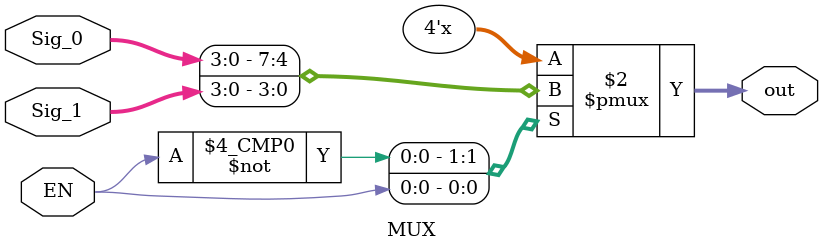
<source format=sv>
`timescale 1ns / 1ps

module MUX #(parameter W = 4)(
    input   logic           EN,
    input   logic   [W-1:0] Sig_0,
    input   logic   [W-1:0] Sig_1,
    output  logic   [W-1:0] out
    );
    
    always_comb begin
        case(EN)
            'b0: out = Sig_0;  

            'b1: out = Sig_1;
        
            default: out = '0;
        endcase
    end
endmodule

</source>
